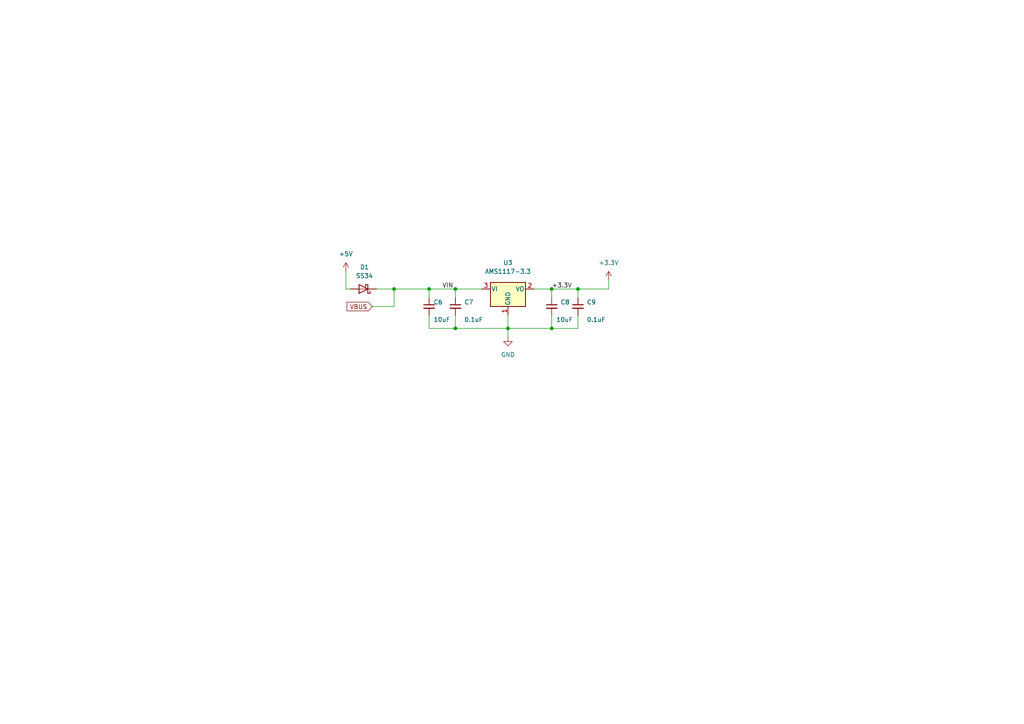
<source format=kicad_sch>
(kicad_sch (version 20211123) (generator eeschema)
  (paper "A4")
  (lib_symbols
    (symbol "Device:C_Small" (pin_numbers hide) (pin_names (offset 0.254) hide)
      (property "Reference" "C" (at 0.254 1.778 0))
      (property "Value" "C_Small" (at 0.254 -2.032 0))
      (symbol "C_Small_0_1"
        (polyline (pts (xy -1.524 -0.508) (xy 1.524 -0.508)) (stroke (width 0.3302)))
        (polyline (pts (xy -1.524 0.508) (xy 1.524 0.508)) (stroke (width 0.3048)))
      )
      (symbol "C_Small_1_1"
        (pin passive line (at 0 2.54 270) (length 2.032) (name "~") (number "1"))
        (pin passive line (at 0 -2.54 90) (length 2.032) (name "~") (number "2"))
      )
    )
    (symbol "Device:D_Schottky" (pin_numbers hide) (pin_names (offset 1.016) hide)
      (property "Reference" "D" (at 0 2.54 0))
      (property "Value" "D_Schottky" (at 0 -2.54 0))
      (symbol "D_Schottky_0_1"
        (polyline (pts (xy 1.27 0) (xy -1.27 0)))
        (polyline (pts (xy 1.27 1.27) (xy 1.27 -1.27) (xy -1.27 0) (xy 1.27 1.27)) (stroke (width 0.254)))
        (polyline (pts (xy -1.905 0.635) (xy -1.905 1.27) (xy -1.27 1.27) (xy -1.27 -1.27) (xy -0.635 -1.27) (xy -0.635 -0.635)) (stroke (width 0.254)))
      )
      (symbol "D_Schottky_1_1"
        (pin passive line (at -3.81 0 0) (length 2.54) (name "K") (number "1"))
        (pin passive line (at 3.81 0 180) (length 2.54) (name "A") (number "2"))
      )
    )
    (symbol "Regulator_Linear:AMS1117-3.3" (pin_names (offset 0.254))
      (property "Reference" "U" (at -3.81 3.175 0))
      (property "Value" "AMS1117-3.3" (at 0 3.175 0))
      (symbol "AMS1117-3.3_0_1"
        (rectangle (start -5.08 -5.08) (end 5.08 1.905) (stroke (width 0.254)) (fill (type background)))
      )
      (symbol "AMS1117-3.3_1_1"
        (pin power_in line (at 0 -7.62 90) (length 2.54) (name "GND") (number "1"))
        (pin power_out line (at 7.62 0 180) (length 2.54) (name "VO") (number "2"))
        (pin power_in line (at -7.62 0 0) (length 2.54) (name "VI") (number "3"))
      )
    )
    (symbol "power:+3.3V" (power) (pin_names (offset 0))
      (property "Value" "+3.3V" (at 0 3.556 0))
      (symbol "+3.3V_0_1"
        (polyline (pts (xy -0.762 1.27) (xy 0 2.54)))
        (polyline (pts (xy 0 0) (xy 0 2.54)))
        (polyline (pts (xy 0 2.54) (xy 0.762 1.27)))
      )
      (symbol "+3.3V_1_1"
        (pin power_in line (at 0 0 90) (length 0) hide (name "+3.3V") (number "1"))
      )
    )
    (symbol "power:+5V" (power) (pin_names (offset 0))
      (property "Value" "+5V" (at 0 3.556 0))
      (symbol "+5V_0_1"
        (polyline (pts (xy -0.762 1.27) (xy 0 2.54)))
        (polyline (pts (xy 0 0) (xy 0 2.54)))
        (polyline (pts (xy 0 2.54) (xy 0.762 1.27)))
      )
      (symbol "+5V_1_1"
        (pin power_in line (at 0 0 90) (length 0) hide (name "+5V") (number "1"))
      )
    )
    (symbol "power:GND" (power) (pin_names (offset 0))
      (property "Value" "GND" (at 0 -3.81 0))
      (symbol "GND_0_1"
        (polyline (pts (xy 0 0) (xy 0 -1.27) (xy 1.27 -1.27) (xy 0 -2.54) (xy -1.27 -1.27) (xy 0 -1.27)))
      )
      (symbol "GND_1_1"
        (pin power_in line (at 0 0 270) (length 0) hide (name "GND") (number "1"))
      )
    )
  )
  (junction (at 147.32 95.25))
  (junction (at 167.64 83.82))
  (junction (at 132.08 95.25))
  (junction (at 160.02 83.82))
  (junction (at 114.3 83.82))
  (junction (at 124.46 83.82))
  (junction (at 160.02 95.25))
  (junction (at 132.08 83.82))
  (wire (pts (xy 109.22 83.82) (xy 114.3 83.82)))
  (wire (pts (xy 124.46 86.36) (xy 124.46 83.82)))
  (wire (pts (xy 107.95 88.9) (xy 114.3 88.9)))
  (wire (pts (xy 132.08 83.82) (xy 139.7 83.82)))
  (wire (pts (xy 167.64 86.36) (xy 167.64 83.82)))
  (wire (pts (xy 167.64 83.82) (xy 160.02 83.82)))
  (wire (pts (xy 114.3 83.82) (xy 124.46 83.82)))
  (wire (pts (xy 147.32 95.25) (xy 160.02 95.25)))
  (wire (pts (xy 160.02 95.25) (xy 167.64 95.25)))
  (wire (pts (xy 154.94 83.82) (xy 160.02 83.82)))
  (wire (pts (xy 132.08 86.36) (xy 132.08 83.82)))
  (wire (pts (xy 100.33 78.74) (xy 100.33 83.82)))
  (wire (pts (xy 147.32 95.25) (xy 147.32 97.79)))
  (wire (pts (xy 124.46 95.25) (xy 132.08 95.25)))
  (wire (pts (xy 132.08 95.25) (xy 147.32 95.25)))
  (wire (pts (xy 176.53 83.82) (xy 167.64 83.82)))
  (wire (pts (xy 147.32 91.44) (xy 147.32 95.25)))
  (wire (pts (xy 176.53 81.28) (xy 176.53 83.82)))
  (wire (pts (xy 124.46 91.44) (xy 124.46 95.25)))
  (wire (pts (xy 114.3 88.9) (xy 114.3 83.82)))
  (wire (pts (xy 100.33 83.82) (xy 101.6 83.82)))
  (wire (pts (xy 160.02 83.82) (xy 160.02 86.36)))
  (wire (pts (xy 160.02 91.44) (xy 160.02 95.25)))
  (wire (pts (xy 167.64 95.25) (xy 167.64 91.44)))
  (wire (pts (xy 124.46 83.82) (xy 132.08 83.82)))
  (wire (pts (xy 132.08 91.44) (xy 132.08 95.25)))
  (label "+3.3V" (at 160.02 83.82 0))
  (label "VIN" (at 128.27 83.82 0))
  (global_label "VBUS" (shape input) (at 107.95 88.9 180) (property "Intersheet References" "${INTERSHEET_REFS}" (effects hide)))
  (symbol (lib_id "Device:C_Small") (at 132.08 88.9 0) (unit 1)
    (property "Reference" "C7" (at 134.62 87.6362 0) (effects (justify left)))
    (property "Value" "0.1uF" (at 134.62 92.71 0) (effects (justify left)))
    (property "Footprint" "Capacitor_SMD:C_0603_1608Metric" (effects hide))
  )
  (symbol (lib_id "Device:C_Small") (at 124.46 88.9 0) (unit 1)
    (property "Reference" "C6" (at 125.73 87.63 0) (effects (justify left)))
    (property "Value" "10uF" (at 125.73 92.71 0) (effects (justify left)))
    (property "Footprint" "Capacitor_SMD:C_0603_1608Metric" (effects hide))
  )
  (symbol (lib_id "power:+5V") (at 100.33 78.74 0) (unit 1)
    (property "Reference" "#PWR09" (effects hide))
    (property "Value" "+5V" (at 100.33 73.66 0))
  )
  (symbol (lib_id "Device:D_Schottky") (at 105.41 83.82 180) (unit 1)
    (property "Reference" "D1" (at 105.7275 77.47 0))
    (property "Value" "SS34" (at 105.7275 80.01 0))
    (property "Footprint" "Diode_SMD:D_SMA" (effects hide))
  )
  (symbol (lib_id "Device:C_Small") (at 167.64 88.9 0) (unit 1)
    (property "Reference" "C9" (at 170.18 87.6362 0) (effects (justify left)))
    (property "Value" "0.1uF" (at 170.18 92.71 0) (effects (justify left)))
    (property "Footprint" "Capacitor_SMD:C_0603_1608Metric" (effects hide))
  )
  (symbol (lib_id "power:+3.3V") (at 176.53 81.28 0) (unit 1)
    (property "Reference" "#PWR011" (effects hide))
    (property "Value" "+3.3V" (at 176.53 76.2 0))
  )
  (symbol (lib_id "power:GND") (at 147.32 97.79 0) (unit 1)
    (property "Reference" "#PWR010" (effects hide))
    (property "Value" "GND" (at 147.32 102.87 0))
  )
  (symbol (lib_id "Regulator_Linear:AMS1117-3.3") (at 147.32 83.82 0) (unit 1)
    (property "Reference" "U3" (at 147.32 76.2 0))
    (property "Value" "AMS1117-3.3" (at 147.32 78.74 0))
    (property "Footprint" "Package_TO_SOT_SMD:SOT-223-3_TabPin2" (effects hide))
    (property "Datasheet" "http://www.advanced-monolithic.com/pdf/ds1117.pdf" (effects hide))
  )
  (symbol (lib_id "Device:C_Small") (at 160.02 88.9 0) (unit 1)
    (property "Reference" "C8" (at 162.56 87.6362 0) (effects (justify left)))
    (property "Value" "10uF" (at 161.29 92.71 0) (effects (justify left)))
    (property "Footprint" "Capacitor_SMD:C_0603_1608Metric" (effects hide))
  )
)
</source>
